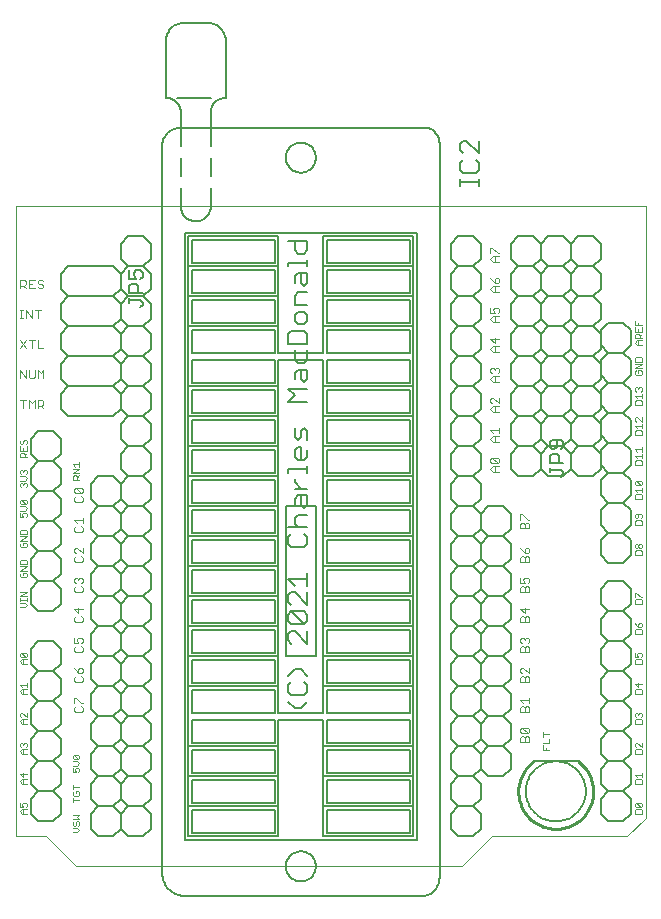
<source format=gto>
G75*
%MOIN*%
%OFA0B0*%
%FSLAX24Y24*%
%IPPOS*%
%LPD*%
%AMOC8*
5,1,8,0,0,1.08239X$1,22.5*
%
%ADD10C,0.0000*%
%ADD11C,0.0030*%
%ADD12C,0.0020*%
%ADD13C,0.0060*%
%ADD14C,0.0050*%
%ADD15C,0.0070*%
%ADD16C,0.0080*%
%ADD17C,0.0100*%
D10*
X000175Y002125D02*
X000175Y023125D01*
X021175Y023125D01*
X021175Y002750D01*
X020550Y002125D01*
X016050Y002125D01*
X015050Y001125D01*
X002175Y001125D01*
X001175Y002125D01*
X000175Y002125D01*
D11*
X002168Y006265D02*
X002120Y006313D01*
X002120Y006410D01*
X002168Y006458D01*
X002120Y006560D02*
X002120Y006753D01*
X002168Y006753D01*
X002362Y006560D01*
X002410Y006560D01*
X002362Y006458D02*
X002410Y006410D01*
X002410Y006313D01*
X002362Y006265D01*
X002168Y006265D01*
X002168Y007265D02*
X002120Y007313D01*
X002120Y007410D01*
X002168Y007458D01*
X002265Y007560D02*
X002265Y007705D01*
X002313Y007753D01*
X002362Y007753D01*
X002410Y007705D01*
X002410Y007608D01*
X002362Y007560D01*
X002265Y007560D01*
X002168Y007656D01*
X002120Y007753D01*
X002362Y007458D02*
X002410Y007410D01*
X002410Y007313D01*
X002362Y007265D01*
X002168Y007265D01*
X002168Y008265D02*
X002120Y008313D01*
X002120Y008410D01*
X002168Y008458D01*
X002120Y008560D02*
X002265Y008560D01*
X002217Y008656D01*
X002217Y008705D01*
X002265Y008753D01*
X002362Y008753D01*
X002410Y008705D01*
X002410Y008608D01*
X002362Y008560D01*
X002362Y008458D02*
X002410Y008410D01*
X002410Y008313D01*
X002362Y008265D01*
X002168Y008265D01*
X002120Y008560D02*
X002120Y008753D01*
X002168Y009265D02*
X002120Y009313D01*
X002120Y009410D01*
X002168Y009458D01*
X002265Y009560D02*
X002265Y009753D01*
X002410Y009705D02*
X002120Y009705D01*
X002265Y009560D01*
X002362Y009458D02*
X002410Y009410D01*
X002410Y009313D01*
X002362Y009265D01*
X002168Y009265D01*
X002168Y010265D02*
X002362Y010265D01*
X002410Y010313D01*
X002410Y010410D01*
X002362Y010458D01*
X002362Y010560D02*
X002410Y010608D01*
X002410Y010705D01*
X002362Y010753D01*
X002313Y010753D01*
X002265Y010705D01*
X002265Y010656D01*
X002265Y010705D02*
X002217Y010753D01*
X002168Y010753D01*
X002120Y010705D01*
X002120Y010608D01*
X002168Y010560D01*
X002168Y010458D02*
X002120Y010410D01*
X002120Y010313D01*
X002168Y010265D01*
X002168Y011265D02*
X002120Y011313D01*
X002120Y011410D01*
X002168Y011458D01*
X002168Y011560D02*
X002120Y011608D01*
X002120Y011705D01*
X002168Y011753D01*
X002217Y011753D01*
X002410Y011560D01*
X002410Y011753D01*
X002362Y011458D02*
X002410Y011410D01*
X002410Y011313D01*
X002362Y011265D01*
X002168Y011265D01*
X002168Y012265D02*
X002120Y012313D01*
X002120Y012410D01*
X002168Y012458D01*
X002217Y012560D02*
X002120Y012656D01*
X002410Y012656D01*
X002410Y012560D02*
X002410Y012753D01*
X002362Y012458D02*
X002410Y012410D01*
X002410Y012313D01*
X002362Y012265D01*
X002168Y012265D01*
X002168Y013265D02*
X002120Y013313D01*
X002120Y013410D01*
X002168Y013458D01*
X002168Y013560D02*
X002120Y013608D01*
X002120Y013705D01*
X002168Y013753D01*
X002362Y013560D01*
X002410Y013608D01*
X002410Y013705D01*
X002362Y013753D01*
X002168Y013753D01*
X002168Y013560D02*
X002362Y013560D01*
X002362Y013458D02*
X002410Y013410D01*
X002410Y013313D01*
X002362Y013265D01*
X002168Y013265D01*
X001098Y016390D02*
X001001Y016487D01*
X001049Y016487D02*
X000904Y016487D01*
X000904Y016390D02*
X000904Y016680D01*
X001049Y016680D01*
X001098Y016632D01*
X001098Y016535D01*
X001049Y016487D01*
X000803Y016390D02*
X000803Y016680D01*
X000706Y016583D01*
X000610Y016680D01*
X000610Y016390D01*
X000412Y016390D02*
X000412Y016680D01*
X000508Y016680D02*
X000315Y016680D01*
X000315Y017390D02*
X000315Y017680D01*
X000508Y017390D01*
X000508Y017680D01*
X000610Y017680D02*
X000610Y017438D01*
X000658Y017390D01*
X000755Y017390D01*
X000803Y017438D01*
X000803Y017680D01*
X000904Y017680D02*
X001001Y017583D01*
X001098Y017680D01*
X001098Y017390D01*
X000904Y017390D02*
X000904Y017680D01*
X000904Y018390D02*
X001098Y018390D01*
X000904Y018390D02*
X000904Y018680D01*
X000803Y018680D02*
X000610Y018680D01*
X000706Y018680D02*
X000706Y018390D01*
X000508Y018390D02*
X000315Y018680D01*
X000508Y018680D02*
X000315Y018390D01*
X000315Y019390D02*
X000412Y019390D01*
X000363Y019390D02*
X000363Y019680D01*
X000315Y019680D02*
X000412Y019680D01*
X000511Y019680D02*
X000705Y019390D01*
X000705Y019680D01*
X000806Y019680D02*
X001000Y019680D01*
X000903Y019680D02*
X000903Y019390D01*
X000511Y019390D02*
X000511Y019680D01*
X000508Y020390D02*
X000412Y020487D01*
X000460Y020487D02*
X000315Y020487D01*
X000315Y020390D02*
X000315Y020680D01*
X000460Y020680D01*
X000508Y020632D01*
X000508Y020535D01*
X000460Y020487D01*
X000610Y020535D02*
X000706Y020535D01*
X000610Y020390D02*
X000803Y020390D01*
X000904Y020438D02*
X000953Y020390D01*
X001049Y020390D01*
X001098Y020438D01*
X001098Y020487D01*
X001049Y020535D01*
X000953Y020535D01*
X000904Y020583D01*
X000904Y020632D01*
X000953Y020680D01*
X001049Y020680D01*
X001098Y020632D01*
X000803Y020680D02*
X000610Y020680D01*
X000610Y020390D01*
X015995Y020362D02*
X016092Y020458D01*
X016285Y020458D01*
X016237Y020560D02*
X016285Y020608D01*
X016285Y020705D01*
X016237Y020753D01*
X016188Y020753D01*
X016140Y020705D01*
X016140Y020560D01*
X016237Y020560D01*
X016140Y020560D02*
X016043Y020656D01*
X015995Y020753D01*
X016140Y020458D02*
X016140Y020265D01*
X016092Y020265D02*
X015995Y020362D01*
X016092Y020265D02*
X016285Y020265D01*
X016237Y019753D02*
X016140Y019753D01*
X016092Y019705D01*
X016092Y019656D01*
X016140Y019560D01*
X015995Y019560D01*
X015995Y019753D01*
X016092Y019458D02*
X016285Y019458D01*
X016237Y019560D02*
X016285Y019608D01*
X016285Y019705D01*
X016237Y019753D01*
X016140Y019458D02*
X016140Y019265D01*
X016092Y019265D02*
X015995Y019362D01*
X016092Y019458D01*
X016092Y019265D02*
X016285Y019265D01*
X016140Y018753D02*
X016140Y018560D01*
X015995Y018705D01*
X016285Y018705D01*
X016285Y018458D02*
X016092Y018458D01*
X015995Y018362D01*
X016092Y018265D01*
X016285Y018265D01*
X016140Y018265D02*
X016140Y018458D01*
X016188Y017753D02*
X016237Y017753D01*
X016285Y017705D01*
X016285Y017608D01*
X016237Y017560D01*
X016285Y017458D02*
X016092Y017458D01*
X015995Y017362D01*
X016092Y017265D01*
X016285Y017265D01*
X016140Y017265D02*
X016140Y017458D01*
X016043Y017560D02*
X015995Y017608D01*
X015995Y017705D01*
X016043Y017753D01*
X016092Y017753D01*
X016140Y017705D01*
X016188Y017753D01*
X016140Y017705D02*
X016140Y017656D01*
X016092Y016753D02*
X016043Y016753D01*
X015995Y016705D01*
X015995Y016608D01*
X016043Y016560D01*
X016092Y016458D02*
X016285Y016458D01*
X016285Y016560D02*
X016092Y016753D01*
X016285Y016753D02*
X016285Y016560D01*
X016140Y016458D02*
X016140Y016265D01*
X016092Y016265D02*
X015995Y016362D01*
X016092Y016458D01*
X016092Y016265D02*
X016285Y016265D01*
X016285Y015753D02*
X016285Y015560D01*
X016285Y015656D02*
X015995Y015656D01*
X016092Y015560D01*
X016092Y015458D02*
X016285Y015458D01*
X016140Y015458D02*
X016140Y015265D01*
X016092Y015265D02*
X015995Y015362D01*
X016092Y015458D01*
X016092Y015265D02*
X016285Y015265D01*
X016237Y014753D02*
X016043Y014753D01*
X016237Y014560D01*
X016285Y014608D01*
X016285Y014705D01*
X016237Y014753D01*
X016237Y014560D02*
X016043Y014560D01*
X015995Y014608D01*
X015995Y014705D01*
X016043Y014753D01*
X016092Y014458D02*
X016285Y014458D01*
X016140Y014458D02*
X016140Y014265D01*
X016092Y014265D02*
X015995Y014362D01*
X016092Y014458D01*
X016092Y014265D02*
X016285Y014265D01*
X016995Y012878D02*
X017043Y012878D01*
X017237Y012685D01*
X017285Y012685D01*
X017237Y012583D02*
X017285Y012535D01*
X017285Y012390D01*
X016995Y012390D01*
X016995Y012535D01*
X017043Y012583D01*
X017092Y012583D01*
X017140Y012535D01*
X017140Y012390D01*
X017140Y012535D02*
X017188Y012583D01*
X017237Y012583D01*
X016995Y012685D02*
X016995Y012878D01*
X016995Y011753D02*
X017043Y011656D01*
X017140Y011560D01*
X017140Y011705D01*
X017188Y011753D01*
X017237Y011753D01*
X017285Y011705D01*
X017285Y011608D01*
X017237Y011560D01*
X017140Y011560D01*
X017188Y011458D02*
X017237Y011458D01*
X017285Y011410D01*
X017285Y011265D01*
X016995Y011265D01*
X016995Y011410D01*
X017043Y011458D01*
X017092Y011458D01*
X017140Y011410D01*
X017140Y011265D01*
X017140Y011410D02*
X017188Y011458D01*
X017140Y010753D02*
X017237Y010753D01*
X017285Y010705D01*
X017285Y010608D01*
X017237Y010560D01*
X017140Y010560D02*
X017092Y010656D01*
X017092Y010705D01*
X017140Y010753D01*
X016995Y010753D02*
X016995Y010560D01*
X017140Y010560D01*
X017188Y010458D02*
X017237Y010458D01*
X017285Y010410D01*
X017285Y010265D01*
X016995Y010265D01*
X016995Y010410D01*
X017043Y010458D01*
X017092Y010458D01*
X017140Y010410D01*
X017140Y010265D01*
X017140Y010410D02*
X017188Y010458D01*
X017140Y009753D02*
X017140Y009560D01*
X016995Y009705D01*
X017285Y009705D01*
X017237Y009458D02*
X017285Y009410D01*
X017285Y009265D01*
X016995Y009265D01*
X016995Y009410D01*
X017043Y009458D01*
X017092Y009458D01*
X017140Y009410D01*
X017140Y009265D01*
X017140Y009410D02*
X017188Y009458D01*
X017237Y009458D01*
X017237Y008753D02*
X017285Y008705D01*
X017285Y008608D01*
X017237Y008560D01*
X017237Y008458D02*
X017285Y008410D01*
X017285Y008265D01*
X016995Y008265D01*
X016995Y008410D01*
X017043Y008458D01*
X017092Y008458D01*
X017140Y008410D01*
X017140Y008265D01*
X017140Y008410D02*
X017188Y008458D01*
X017237Y008458D01*
X017043Y008560D02*
X016995Y008608D01*
X016995Y008705D01*
X017043Y008753D01*
X017092Y008753D01*
X017140Y008705D01*
X017188Y008753D01*
X017237Y008753D01*
X017140Y008705D02*
X017140Y008656D01*
X017092Y007753D02*
X017043Y007753D01*
X016995Y007705D01*
X016995Y007608D01*
X017043Y007560D01*
X017043Y007458D02*
X017092Y007458D01*
X017140Y007410D01*
X017140Y007265D01*
X017285Y007265D02*
X017285Y007410D01*
X017237Y007458D01*
X017188Y007458D01*
X017140Y007410D01*
X017043Y007458D02*
X016995Y007410D01*
X016995Y007265D01*
X017285Y007265D01*
X017285Y007560D02*
X017092Y007753D01*
X017285Y007753D02*
X017285Y007560D01*
X017285Y006753D02*
X017285Y006560D01*
X017285Y006656D02*
X016995Y006656D01*
X017092Y006560D01*
X017092Y006458D02*
X017043Y006458D01*
X016995Y006410D01*
X016995Y006265D01*
X017285Y006265D01*
X017285Y006410D01*
X017237Y006458D01*
X017188Y006458D01*
X017140Y006410D01*
X017140Y006265D01*
X017140Y006410D02*
X017092Y006458D01*
X017043Y005753D02*
X017237Y005560D01*
X017285Y005608D01*
X017285Y005705D01*
X017237Y005753D01*
X017043Y005753D01*
X016995Y005705D01*
X016995Y005608D01*
X017043Y005560D01*
X017237Y005560D01*
X017237Y005458D02*
X017285Y005410D01*
X017285Y005265D01*
X016995Y005265D01*
X016995Y005410D01*
X017043Y005458D01*
X017092Y005458D01*
X017140Y005410D01*
X017140Y005265D01*
X017140Y005410D02*
X017188Y005458D01*
X017237Y005458D01*
X016285Y021265D02*
X016092Y021265D01*
X015995Y021362D01*
X016092Y021458D01*
X016285Y021458D01*
X016285Y021560D02*
X016237Y021560D01*
X016043Y021753D01*
X015995Y021753D01*
X015995Y021560D01*
X016140Y021458D02*
X016140Y021265D01*
D12*
X020820Y019320D02*
X020820Y019173D01*
X021040Y019173D01*
X021040Y019099D02*
X021040Y018952D01*
X020820Y018952D01*
X020820Y019099D01*
X020930Y019025D02*
X020930Y018952D01*
X020930Y018878D02*
X020967Y018841D01*
X020967Y018731D01*
X021040Y018731D02*
X020820Y018731D01*
X020820Y018841D01*
X020857Y018878D01*
X020930Y018878D01*
X020967Y018804D02*
X021040Y018878D01*
X021040Y018657D02*
X020893Y018657D01*
X020820Y018583D01*
X020893Y018510D01*
X021040Y018510D01*
X020930Y018510D02*
X020930Y018657D01*
X020930Y019173D02*
X020930Y019246D01*
X021003Y018099D02*
X020857Y018099D01*
X020820Y018062D01*
X020820Y017952D01*
X021040Y017952D01*
X021040Y018062D01*
X021003Y018099D01*
X021040Y017878D02*
X020820Y017878D01*
X020820Y017731D02*
X021040Y017878D01*
X021040Y017731D02*
X020820Y017731D01*
X020857Y017657D02*
X020820Y017620D01*
X020820Y017547D01*
X020857Y017510D01*
X021003Y017510D01*
X021040Y017547D01*
X021040Y017620D01*
X021003Y017657D01*
X020930Y017657D01*
X020930Y017583D01*
X020967Y017099D02*
X021003Y017099D01*
X021040Y017062D01*
X021040Y016989D01*
X021003Y016952D01*
X021040Y016878D02*
X021040Y016731D01*
X021040Y016804D02*
X020820Y016804D01*
X020893Y016731D01*
X020857Y016657D02*
X020820Y016620D01*
X020820Y016510D01*
X021040Y016510D01*
X021040Y016620D01*
X021003Y016657D01*
X020857Y016657D01*
X020857Y016952D02*
X020820Y016989D01*
X020820Y017062D01*
X020857Y017099D01*
X020893Y017099D01*
X020930Y017062D01*
X020967Y017099D01*
X020930Y017062D02*
X020930Y017025D01*
X020893Y016099D02*
X020857Y016099D01*
X020820Y016062D01*
X020820Y015989D01*
X020857Y015952D01*
X020893Y016099D02*
X021040Y015952D01*
X021040Y016099D01*
X021040Y015878D02*
X021040Y015731D01*
X021040Y015804D02*
X020820Y015804D01*
X020893Y015731D01*
X020857Y015657D02*
X020820Y015620D01*
X020820Y015510D01*
X021040Y015510D01*
X021040Y015620D01*
X021003Y015657D01*
X020857Y015657D01*
X021040Y015099D02*
X021040Y014952D01*
X021040Y015025D02*
X020820Y015025D01*
X020893Y014952D01*
X021040Y014878D02*
X021040Y014731D01*
X021040Y014804D02*
X020820Y014804D01*
X020893Y014731D01*
X020857Y014657D02*
X020820Y014620D01*
X020820Y014510D01*
X021040Y014510D01*
X021040Y014620D01*
X021003Y014657D01*
X020857Y014657D01*
X020857Y013974D02*
X021003Y013827D01*
X021040Y013864D01*
X021040Y013937D01*
X021003Y013974D01*
X020857Y013974D01*
X020820Y013937D01*
X020820Y013864D01*
X020857Y013827D01*
X021003Y013827D01*
X021040Y013753D02*
X021040Y013606D01*
X021040Y013679D02*
X020820Y013679D01*
X020893Y013606D01*
X020857Y013532D02*
X020820Y013495D01*
X020820Y013385D01*
X021040Y013385D01*
X021040Y013495D01*
X021003Y013532D01*
X020857Y013532D01*
X020857Y012878D02*
X020820Y012841D01*
X020820Y012768D01*
X020857Y012731D01*
X020893Y012731D01*
X020930Y012768D01*
X020930Y012878D01*
X021003Y012878D02*
X020857Y012878D01*
X021003Y012878D02*
X021040Y012841D01*
X021040Y012768D01*
X021003Y012731D01*
X021003Y012657D02*
X020857Y012657D01*
X020820Y012620D01*
X020820Y012510D01*
X021040Y012510D01*
X021040Y012620D01*
X021003Y012657D01*
X021003Y011878D02*
X021040Y011841D01*
X021040Y011768D01*
X021003Y011731D01*
X020967Y011731D01*
X020930Y011768D01*
X020930Y011841D01*
X020967Y011878D01*
X021003Y011878D01*
X020930Y011841D02*
X020893Y011878D01*
X020857Y011878D01*
X020820Y011841D01*
X020820Y011768D01*
X020857Y011731D01*
X020893Y011731D01*
X020930Y011768D01*
X021003Y011657D02*
X020857Y011657D01*
X020820Y011620D01*
X020820Y011510D01*
X021040Y011510D01*
X021040Y011620D01*
X021003Y011657D01*
X020857Y010253D02*
X021003Y010106D01*
X021040Y010106D01*
X021003Y010032D02*
X020857Y010032D01*
X020820Y009995D01*
X020820Y009885D01*
X021040Y009885D01*
X021040Y009995D01*
X021003Y010032D01*
X020820Y010106D02*
X020820Y010253D01*
X020857Y010253D01*
X020820Y009253D02*
X020857Y009179D01*
X020930Y009106D01*
X020930Y009216D01*
X020967Y009253D01*
X021003Y009253D01*
X021040Y009216D01*
X021040Y009143D01*
X021003Y009106D01*
X020930Y009106D01*
X021003Y009032D02*
X020857Y009032D01*
X020820Y008995D01*
X020820Y008885D01*
X021040Y008885D01*
X021040Y008995D01*
X021003Y009032D01*
X021003Y008253D02*
X021040Y008216D01*
X021040Y008143D01*
X021003Y008106D01*
X020930Y008106D02*
X020893Y008179D01*
X020893Y008216D01*
X020930Y008253D01*
X021003Y008253D01*
X020930Y008106D02*
X020820Y008106D01*
X020820Y008253D01*
X020857Y008032D02*
X020820Y007995D01*
X020820Y007885D01*
X021040Y007885D01*
X021040Y007995D01*
X021003Y008032D01*
X020857Y008032D01*
X020930Y007253D02*
X020930Y007106D01*
X020820Y007216D01*
X021040Y007216D01*
X021003Y007032D02*
X020857Y007032D01*
X020820Y006995D01*
X020820Y006885D01*
X021040Y006885D01*
X021040Y006995D01*
X021003Y007032D01*
X021003Y006253D02*
X021040Y006216D01*
X021040Y006143D01*
X021003Y006106D01*
X021003Y006032D02*
X020857Y006032D01*
X020820Y005995D01*
X020820Y005885D01*
X021040Y005885D01*
X021040Y005995D01*
X021003Y006032D01*
X020857Y006106D02*
X020820Y006143D01*
X020820Y006216D01*
X020857Y006253D01*
X020893Y006253D01*
X020930Y006216D01*
X020967Y006253D01*
X021003Y006253D01*
X020930Y006216D02*
X020930Y006179D01*
X020893Y005253D02*
X020857Y005253D01*
X020820Y005216D01*
X020820Y005143D01*
X020857Y005106D01*
X020857Y005032D02*
X020820Y004995D01*
X020820Y004885D01*
X021040Y004885D01*
X021040Y004995D01*
X021003Y005032D01*
X020857Y005032D01*
X021040Y005106D02*
X020893Y005253D01*
X021040Y005253D02*
X021040Y005106D01*
X021040Y004253D02*
X021040Y004106D01*
X021040Y004179D02*
X020820Y004179D01*
X020893Y004106D01*
X020857Y004032D02*
X020820Y003995D01*
X020820Y003885D01*
X021040Y003885D01*
X021040Y003995D01*
X021003Y004032D01*
X020857Y004032D01*
X020857Y003253D02*
X021003Y003106D01*
X021040Y003143D01*
X021040Y003216D01*
X021003Y003253D01*
X020857Y003253D01*
X020820Y003216D01*
X020820Y003143D01*
X020857Y003106D01*
X021003Y003106D01*
X021003Y003032D02*
X020857Y003032D01*
X020820Y002995D01*
X020820Y002885D01*
X021040Y002885D01*
X021040Y002995D01*
X021003Y003032D01*
X017955Y005010D02*
X017735Y005010D01*
X017735Y005157D01*
X017735Y005231D02*
X017955Y005231D01*
X017955Y005378D01*
X017955Y005525D02*
X017735Y005525D01*
X017735Y005452D02*
X017735Y005599D01*
X017845Y005083D02*
X017845Y005010D01*
X002290Y004812D02*
X002290Y004739D01*
X002253Y004702D01*
X002107Y004849D01*
X002253Y004849D01*
X002290Y004812D01*
X002253Y004702D02*
X002107Y004702D01*
X002070Y004739D01*
X002070Y004812D01*
X002107Y004849D01*
X002070Y004628D02*
X002217Y004628D01*
X002290Y004554D01*
X002217Y004481D01*
X002070Y004481D01*
X002070Y004407D02*
X002070Y004260D01*
X002180Y004260D01*
X002143Y004333D01*
X002143Y004370D01*
X002180Y004407D01*
X002253Y004407D01*
X002290Y004370D01*
X002290Y004297D01*
X002253Y004260D01*
X002070Y003849D02*
X002070Y003702D01*
X002070Y003775D02*
X002290Y003775D01*
X002253Y003628D02*
X002180Y003628D01*
X002180Y003554D01*
X002107Y003481D02*
X002253Y003481D01*
X002290Y003518D01*
X002290Y003591D01*
X002253Y003628D01*
X002107Y003628D02*
X002070Y003591D01*
X002070Y003518D01*
X002107Y003481D01*
X002070Y003407D02*
X002070Y003260D01*
X002070Y003333D02*
X002290Y003333D01*
X002290Y002849D02*
X002070Y002849D01*
X002070Y002702D02*
X002290Y002702D01*
X002217Y002775D01*
X002290Y002849D01*
X002253Y002628D02*
X002290Y002591D01*
X002290Y002518D01*
X002253Y002481D01*
X002180Y002518D02*
X002180Y002591D01*
X002217Y002628D01*
X002253Y002628D01*
X002180Y002518D02*
X002143Y002481D01*
X002107Y002481D01*
X002070Y002518D01*
X002070Y002591D01*
X002107Y002628D01*
X002070Y002407D02*
X002217Y002407D01*
X002290Y002333D01*
X002217Y002260D01*
X002070Y002260D01*
X000540Y002885D02*
X000393Y002885D01*
X000320Y002958D01*
X000393Y003032D01*
X000540Y003032D01*
X000503Y003106D02*
X000540Y003143D01*
X000540Y003216D01*
X000503Y003253D01*
X000430Y003253D01*
X000393Y003216D01*
X000393Y003179D01*
X000430Y003106D01*
X000320Y003106D01*
X000320Y003253D01*
X000430Y003032D02*
X000430Y002885D01*
X000430Y003885D02*
X000430Y004032D01*
X000393Y004032D02*
X000540Y004032D01*
X000430Y004106D02*
X000430Y004253D01*
X000540Y004216D02*
X000320Y004216D01*
X000430Y004106D01*
X000393Y004032D02*
X000320Y003958D01*
X000393Y003885D01*
X000540Y003885D01*
X000540Y004885D02*
X000393Y004885D01*
X000320Y004958D01*
X000393Y005032D01*
X000540Y005032D01*
X000503Y005106D02*
X000540Y005143D01*
X000540Y005216D01*
X000503Y005253D01*
X000467Y005253D01*
X000430Y005216D01*
X000430Y005179D01*
X000430Y005216D02*
X000393Y005253D01*
X000357Y005253D01*
X000320Y005216D01*
X000320Y005143D01*
X000357Y005106D01*
X000430Y005032D02*
X000430Y004885D01*
X000430Y005885D02*
X000430Y006032D01*
X000393Y006032D02*
X000540Y006032D01*
X000540Y006106D02*
X000393Y006253D01*
X000357Y006253D01*
X000320Y006216D01*
X000320Y006143D01*
X000357Y006106D01*
X000393Y006032D02*
X000320Y005958D01*
X000393Y005885D01*
X000540Y005885D01*
X000540Y006106D02*
X000540Y006253D01*
X000540Y006885D02*
X000393Y006885D01*
X000320Y006958D01*
X000393Y007032D01*
X000540Y007032D01*
X000540Y007106D02*
X000540Y007253D01*
X000540Y007179D02*
X000320Y007179D01*
X000393Y007106D01*
X000430Y007032D02*
X000430Y006885D01*
X000430Y007885D02*
X000430Y008032D01*
X000393Y008032D02*
X000540Y008032D01*
X000503Y008106D02*
X000357Y008253D01*
X000503Y008253D01*
X000540Y008216D01*
X000540Y008143D01*
X000503Y008106D01*
X000357Y008106D01*
X000320Y008143D01*
X000320Y008216D01*
X000357Y008253D01*
X000393Y008032D02*
X000320Y007958D01*
X000393Y007885D01*
X000540Y007885D01*
X000467Y009760D02*
X000320Y009760D01*
X000467Y009760D02*
X000540Y009833D01*
X000467Y009907D01*
X000320Y009907D01*
X000320Y009981D02*
X000320Y010054D01*
X000320Y010018D02*
X000540Y010018D01*
X000540Y010054D02*
X000540Y009981D01*
X000540Y010128D02*
X000320Y010128D01*
X000540Y010275D01*
X000320Y010275D01*
X000357Y010760D02*
X000503Y010760D01*
X000540Y010797D01*
X000540Y010870D01*
X000503Y010907D01*
X000430Y010907D01*
X000430Y010833D01*
X000357Y010760D02*
X000320Y010797D01*
X000320Y010870D01*
X000357Y010907D01*
X000320Y010981D02*
X000540Y011128D01*
X000320Y011128D01*
X000320Y011202D02*
X000320Y011312D01*
X000357Y011349D01*
X000503Y011349D01*
X000540Y011312D01*
X000540Y011202D01*
X000320Y011202D01*
X000320Y010981D02*
X000540Y010981D01*
X000503Y011760D02*
X000357Y011760D01*
X000320Y011797D01*
X000320Y011870D01*
X000357Y011907D01*
X000430Y011907D02*
X000430Y011833D01*
X000430Y011907D02*
X000503Y011907D01*
X000540Y011870D01*
X000540Y011797D01*
X000503Y011760D01*
X000540Y011981D02*
X000320Y011981D01*
X000540Y012128D01*
X000320Y012128D01*
X000320Y012202D02*
X000320Y012312D01*
X000357Y012349D01*
X000503Y012349D01*
X000540Y012312D01*
X000540Y012202D01*
X000320Y012202D01*
X000320Y012760D02*
X000430Y012760D01*
X000393Y012833D01*
X000393Y012870D01*
X000430Y012907D01*
X000503Y012907D01*
X000540Y012870D01*
X000540Y012797D01*
X000503Y012760D01*
X000320Y012760D02*
X000320Y012907D01*
X000320Y012981D02*
X000467Y012981D01*
X000540Y013054D01*
X000467Y013128D01*
X000320Y013128D01*
X000357Y013202D02*
X000320Y013239D01*
X000320Y013312D01*
X000357Y013349D01*
X000503Y013202D01*
X000540Y013239D01*
X000540Y013312D01*
X000503Y013349D01*
X000357Y013349D01*
X000357Y013202D02*
X000503Y013202D01*
X000503Y013760D02*
X000540Y013797D01*
X000540Y013870D01*
X000503Y013907D01*
X000467Y013907D01*
X000430Y013870D01*
X000430Y013833D01*
X000430Y013870D02*
X000393Y013907D01*
X000357Y013907D01*
X000320Y013870D01*
X000320Y013797D01*
X000357Y013760D01*
X000320Y013981D02*
X000467Y013981D01*
X000540Y014054D01*
X000467Y014128D01*
X000320Y014128D01*
X000357Y014202D02*
X000320Y014239D01*
X000320Y014312D01*
X000357Y014349D01*
X000393Y014349D01*
X000430Y014312D01*
X000467Y014349D01*
X000503Y014349D01*
X000540Y014312D01*
X000540Y014239D01*
X000503Y014202D01*
X000430Y014275D02*
X000430Y014312D01*
X000467Y014760D02*
X000467Y014870D01*
X000430Y014907D01*
X000357Y014907D01*
X000320Y014870D01*
X000320Y014760D01*
X000540Y014760D01*
X000467Y014833D02*
X000540Y014907D01*
X000540Y014981D02*
X000540Y015128D01*
X000503Y015202D02*
X000540Y015239D01*
X000540Y015312D01*
X000503Y015349D01*
X000467Y015349D01*
X000430Y015312D01*
X000430Y015239D01*
X000393Y015202D01*
X000357Y015202D01*
X000320Y015239D01*
X000320Y015312D01*
X000357Y015349D01*
X000320Y015128D02*
X000320Y014981D01*
X000540Y014981D01*
X000430Y014981D02*
X000430Y015054D01*
X002070Y014525D02*
X002290Y014525D01*
X002290Y014452D02*
X002290Y014599D01*
X002143Y014452D02*
X002070Y014525D01*
X002070Y014378D02*
X002290Y014378D01*
X002070Y014231D01*
X002290Y014231D01*
X002290Y014157D02*
X002217Y014083D01*
X002217Y014120D02*
X002217Y014010D01*
X002290Y014010D02*
X002070Y014010D01*
X002070Y014120D01*
X002107Y014157D01*
X002180Y014157D01*
X002217Y014120D01*
D13*
X002675Y013875D02*
X002675Y013375D01*
X002925Y013125D01*
X002675Y012875D01*
X002675Y012375D01*
X002925Y012125D01*
X003425Y012125D01*
X003675Y012375D01*
X003675Y012875D01*
X003425Y013125D01*
X002925Y013125D01*
X003425Y013125D02*
X003675Y013375D01*
X003675Y013875D01*
X003425Y014125D01*
X002925Y014125D01*
X002675Y013875D01*
X003675Y013875D02*
X003675Y013375D01*
X003925Y013125D01*
X003675Y012875D01*
X003675Y012375D01*
X003925Y012125D01*
X003675Y011875D01*
X003675Y011375D01*
X003425Y011125D01*
X003675Y010875D01*
X003675Y010375D01*
X003425Y010125D01*
X003675Y009875D01*
X003675Y009375D01*
X003425Y009125D01*
X002925Y009125D01*
X002675Y009375D01*
X002675Y009875D01*
X002925Y010125D01*
X002675Y010375D01*
X002675Y010875D01*
X002925Y011125D01*
X002675Y011375D01*
X002675Y011875D01*
X002925Y012125D01*
X003425Y012125D02*
X003675Y011875D01*
X003675Y011375D01*
X003925Y011125D01*
X004425Y011125D01*
X004675Y011375D01*
X004675Y011875D01*
X004425Y012125D01*
X003925Y012125D01*
X004425Y012125D02*
X004675Y012375D01*
X004675Y012875D01*
X004425Y013125D01*
X003925Y013125D01*
X004425Y013125D02*
X004675Y013375D01*
X004675Y013875D01*
X004425Y014125D01*
X003925Y014125D01*
X003675Y014375D01*
X003675Y014875D01*
X003925Y015125D01*
X003675Y015375D01*
X003675Y015875D01*
X003925Y016125D01*
X003675Y016375D01*
X003425Y016125D01*
X001925Y016125D01*
X001675Y016375D01*
X001675Y016875D01*
X001925Y017125D01*
X003425Y017125D01*
X003675Y016875D01*
X003675Y016375D01*
X003675Y016875D01*
X003925Y017125D01*
X003675Y017375D01*
X003425Y017125D01*
X003675Y017375D02*
X003675Y017875D01*
X003425Y018125D01*
X001925Y018125D01*
X001675Y017875D01*
X001675Y017375D01*
X001925Y017125D01*
X001925Y018125D02*
X001675Y018375D01*
X001675Y018875D01*
X001925Y019125D01*
X003425Y019125D01*
X003675Y018875D01*
X003675Y018375D01*
X003425Y018125D01*
X003675Y017875D02*
X003925Y018125D01*
X003675Y018375D01*
X003675Y018875D01*
X003925Y019125D01*
X003675Y019375D01*
X003425Y019125D01*
X003675Y019375D02*
X003675Y019875D01*
X003425Y020125D01*
X001925Y020125D01*
X001675Y019875D01*
X001675Y019375D01*
X001925Y019125D01*
X001925Y020125D02*
X001675Y020375D01*
X001675Y020875D01*
X001925Y021125D01*
X003425Y021125D01*
X003675Y020875D01*
X003675Y020375D01*
X003425Y020125D01*
X003675Y019875D02*
X003925Y020125D01*
X003675Y020375D01*
X003675Y020875D01*
X003925Y021125D01*
X003675Y021375D01*
X003675Y021875D01*
X003925Y022125D01*
X004425Y022125D01*
X004675Y021875D01*
X004675Y021375D01*
X004425Y021125D01*
X004675Y020875D01*
X004675Y020375D01*
X004425Y020125D01*
X003925Y020125D01*
X003675Y019875D02*
X003675Y019375D01*
X003925Y019125D02*
X004425Y019125D01*
X004675Y018875D01*
X004675Y018375D01*
X004425Y018125D01*
X004675Y017875D01*
X004675Y017375D01*
X004425Y017125D01*
X003925Y017125D01*
X003675Y017375D02*
X003675Y017875D01*
X003925Y018125D02*
X004425Y018125D01*
X004425Y017125D02*
X004675Y016875D01*
X004675Y016375D01*
X004425Y016125D01*
X004675Y015875D01*
X004675Y015375D01*
X004425Y015125D01*
X004675Y014875D01*
X004675Y014375D01*
X004425Y014125D01*
X003925Y014125D02*
X003675Y013875D01*
X003925Y015125D02*
X004425Y015125D01*
X004425Y016125D02*
X003925Y016125D01*
X001675Y015375D02*
X001675Y014875D01*
X001425Y014625D01*
X001675Y014375D01*
X001675Y013875D01*
X001425Y013625D01*
X000925Y013625D01*
X000675Y013875D01*
X000675Y014375D01*
X000925Y014625D01*
X000675Y014875D01*
X000675Y015375D01*
X000925Y015625D01*
X001425Y015625D01*
X001675Y015375D01*
X001425Y014625D02*
X000925Y014625D01*
X000925Y013625D02*
X000675Y013375D01*
X000675Y012875D01*
X000925Y012625D01*
X000675Y012375D01*
X000675Y011875D01*
X000925Y011625D01*
X000675Y011375D01*
X000675Y010875D01*
X000925Y010625D01*
X000675Y010375D01*
X000675Y009875D01*
X000925Y009625D01*
X001425Y009625D01*
X001675Y009875D01*
X001675Y010375D01*
X001425Y010625D01*
X000925Y010625D01*
X001425Y010625D02*
X001675Y010875D01*
X001675Y011375D01*
X001425Y011625D01*
X000925Y011625D01*
X001425Y011625D02*
X001675Y011875D01*
X001675Y012375D01*
X001425Y012625D01*
X000925Y012625D01*
X001425Y012625D02*
X001675Y012875D01*
X001675Y013375D01*
X001425Y013625D01*
X002925Y011125D02*
X003425Y011125D01*
X003675Y010875D02*
X003925Y011125D01*
X003675Y010875D02*
X003675Y010375D01*
X003925Y010125D01*
X003675Y009875D01*
X003675Y009375D01*
X003925Y009125D01*
X003675Y008875D01*
X003675Y008375D01*
X003425Y008125D01*
X003675Y007875D01*
X003675Y007375D01*
X003425Y007125D01*
X003675Y006875D01*
X003675Y006375D01*
X003425Y006125D01*
X003675Y005875D01*
X003675Y005375D01*
X003425Y005125D01*
X002925Y005125D01*
X002675Y005375D01*
X002675Y005875D01*
X002925Y006125D01*
X002675Y006375D01*
X002675Y006875D01*
X002925Y007125D01*
X002675Y007375D01*
X002675Y007875D01*
X002925Y008125D01*
X002675Y008375D01*
X002675Y008875D01*
X002925Y009125D01*
X003425Y009125D02*
X003675Y008875D01*
X003675Y008375D01*
X003925Y008125D01*
X004425Y008125D01*
X004675Y008375D01*
X004675Y008875D01*
X004425Y009125D01*
X003925Y009125D01*
X004425Y009125D02*
X004675Y009375D01*
X004675Y009875D01*
X004425Y010125D01*
X003925Y010125D01*
X003425Y010125D02*
X002925Y010125D01*
X001425Y008625D02*
X001675Y008375D01*
X001675Y007875D01*
X001425Y007625D01*
X001675Y007375D01*
X001675Y006875D01*
X001425Y006625D01*
X000925Y006625D01*
X000675Y006875D01*
X000675Y007375D01*
X000925Y007625D01*
X000675Y007875D01*
X000675Y008375D01*
X000925Y008625D01*
X001425Y008625D01*
X001425Y007625D02*
X000925Y007625D01*
X000925Y006625D02*
X000675Y006375D01*
X000675Y005875D01*
X000925Y005625D01*
X000675Y005375D01*
X000675Y004875D01*
X000925Y004625D01*
X000675Y004375D01*
X000675Y003875D01*
X000925Y003625D01*
X000675Y003375D01*
X000675Y002875D01*
X000925Y002625D01*
X001425Y002625D01*
X001675Y002875D01*
X001675Y003375D01*
X001425Y003625D01*
X000925Y003625D01*
X001425Y003625D02*
X001675Y003875D01*
X001675Y004375D01*
X001425Y004625D01*
X000925Y004625D01*
X001425Y004625D02*
X001675Y004875D01*
X001675Y005375D01*
X001425Y005625D01*
X000925Y005625D01*
X001425Y005625D02*
X001675Y005875D01*
X001675Y006375D01*
X001425Y006625D01*
X002925Y005125D02*
X002675Y004875D01*
X002675Y004375D01*
X002925Y004125D01*
X003425Y004125D01*
X003675Y004375D01*
X003675Y004875D01*
X003425Y005125D01*
X002925Y005125D01*
X002925Y004125D02*
X002675Y003875D01*
X002675Y003375D01*
X002925Y003125D01*
X003425Y003125D01*
X003675Y003375D01*
X003675Y003875D01*
X003425Y004125D01*
X003675Y003875D02*
X003675Y003375D01*
X003925Y003125D01*
X003675Y002875D01*
X003675Y002375D01*
X003425Y002125D01*
X002925Y002125D01*
X002675Y002375D01*
X002675Y002875D01*
X002925Y003125D01*
X003425Y003125D02*
X003675Y002875D01*
X003675Y002375D01*
X003925Y002125D01*
X004425Y002125D01*
X004675Y002375D01*
X004675Y002875D01*
X004425Y003125D01*
X003925Y003125D01*
X004425Y003125D02*
X004675Y003375D01*
X004675Y003875D01*
X004425Y004125D01*
X003925Y004125D01*
X003675Y003875D01*
X003925Y004125D02*
X003675Y004375D01*
X003675Y004875D01*
X003925Y005125D01*
X003675Y005375D01*
X003675Y005875D01*
X003925Y006125D01*
X003675Y006375D01*
X003675Y006875D01*
X003925Y007125D01*
X003675Y007375D01*
X003675Y007875D01*
X003925Y008125D01*
X003425Y008125D02*
X002925Y008125D01*
X002925Y007125D02*
X003425Y007125D01*
X003925Y007125D02*
X004425Y007125D01*
X004675Y006875D01*
X004675Y006375D01*
X004425Y006125D01*
X004675Y005875D01*
X004675Y005375D01*
X004425Y005125D01*
X003925Y005125D01*
X004425Y005125D02*
X004675Y004875D01*
X004675Y004375D01*
X004425Y004125D01*
X004425Y006125D02*
X003925Y006125D01*
X003425Y006125D02*
X002925Y006125D01*
X004425Y007125D02*
X004675Y007375D01*
X004675Y007875D01*
X004425Y008125D01*
X004425Y010125D02*
X004675Y010375D01*
X004675Y010875D01*
X004425Y011125D01*
X009254Y010701D02*
X009895Y010701D01*
X009895Y010914D02*
X009895Y010487D01*
X009895Y010270D02*
X009895Y009843D01*
X009468Y010270D01*
X009361Y010270D01*
X009254Y010163D01*
X009254Y009949D01*
X009361Y009843D01*
X009361Y009625D02*
X009788Y009198D01*
X009895Y009305D01*
X009895Y009518D01*
X009788Y009625D01*
X009361Y009625D01*
X009254Y009518D01*
X009254Y009305D01*
X009361Y009198D01*
X009788Y009198D01*
X009895Y008981D02*
X009895Y008553D01*
X009468Y008981D01*
X009361Y008981D01*
X009254Y008874D01*
X009254Y008660D01*
X009361Y008553D01*
X009468Y007693D02*
X009254Y007479D01*
X009361Y007262D02*
X009254Y007155D01*
X009254Y006941D01*
X009361Y006835D01*
X009788Y006835D01*
X009895Y006941D01*
X009895Y007155D01*
X009788Y007262D01*
X009895Y007479D02*
X009681Y007693D01*
X009468Y007693D01*
X009254Y006619D02*
X009468Y006405D01*
X009681Y006405D01*
X009895Y006619D01*
X009468Y010487D02*
X009254Y010701D01*
X009361Y011776D02*
X009788Y011776D01*
X009895Y011883D01*
X009895Y012097D01*
X009788Y012203D01*
X009895Y012421D02*
X009254Y012421D01*
X009468Y012528D02*
X009468Y012741D01*
X009575Y012848D01*
X009895Y012848D01*
X009788Y013065D02*
X009681Y013172D01*
X009681Y013492D01*
X009575Y013492D02*
X009895Y013492D01*
X009895Y013172D01*
X009788Y013065D01*
X009468Y013172D02*
X009468Y013386D01*
X009575Y013492D01*
X009681Y013710D02*
X009468Y013923D01*
X009468Y014030D01*
X009254Y014247D02*
X009254Y014354D01*
X009895Y014354D01*
X009895Y014247D02*
X009895Y014461D01*
X009788Y014677D02*
X009895Y014783D01*
X009895Y014997D01*
X009681Y015104D02*
X009681Y014677D01*
X009575Y014677D02*
X009788Y014677D01*
X009575Y014677D02*
X009468Y014783D01*
X009468Y014997D01*
X009575Y015104D01*
X009681Y015104D01*
X009575Y015321D02*
X009468Y015428D01*
X009468Y015748D01*
X009681Y015642D02*
X009681Y015428D01*
X009575Y015321D01*
X009681Y015642D02*
X009788Y015748D01*
X009895Y015642D01*
X009895Y015321D01*
X009895Y016610D02*
X009254Y016610D01*
X009468Y016824D01*
X009254Y017037D01*
X009895Y017037D01*
X009788Y017255D02*
X009681Y017362D01*
X009681Y017682D01*
X009575Y017682D02*
X009468Y017575D01*
X009468Y017362D01*
X009575Y017682D02*
X009895Y017682D01*
X009895Y017362D01*
X009788Y017255D01*
X009788Y017899D02*
X009575Y017899D01*
X009468Y018006D01*
X009468Y018327D01*
X009254Y018544D02*
X009254Y018864D01*
X009361Y018971D01*
X009788Y018971D01*
X009895Y018864D01*
X009895Y018544D01*
X009254Y018544D01*
X009575Y019189D02*
X009788Y019189D01*
X009895Y019295D01*
X009895Y019509D01*
X009788Y019616D01*
X009575Y019616D01*
X009468Y019509D01*
X009468Y019295D01*
X009575Y019189D01*
X009468Y019833D02*
X009468Y020153D01*
X009575Y020260D01*
X009895Y020260D01*
X009788Y020478D02*
X009681Y020584D01*
X009681Y020905D01*
X009575Y020905D02*
X009468Y020798D01*
X009468Y020584D01*
X009788Y020478D02*
X009895Y020584D01*
X009895Y020905D01*
X009575Y020905D01*
X009254Y021122D02*
X009254Y021229D01*
X009895Y021229D01*
X009895Y021122D02*
X009895Y021336D01*
X009788Y021552D02*
X009575Y021552D01*
X009468Y021659D01*
X009468Y021979D01*
X009254Y021979D02*
X009895Y021979D01*
X009895Y021659D01*
X009788Y021552D01*
X009895Y019833D02*
X009468Y019833D01*
X009895Y018327D02*
X009895Y018006D01*
X009788Y017899D01*
X009895Y013710D02*
X009468Y013710D01*
X009468Y012528D02*
X009575Y012421D01*
X009361Y012203D02*
X009254Y012097D01*
X009254Y011883D01*
X009361Y011776D01*
X014675Y011875D02*
X014675Y011375D01*
X014925Y011125D01*
X015425Y011125D01*
X015675Y011375D01*
X015675Y011875D01*
X015925Y012125D01*
X015675Y012375D01*
X015675Y012875D01*
X015925Y013125D01*
X016425Y013125D01*
X016675Y012875D01*
X016675Y012375D01*
X016425Y012125D01*
X016675Y011875D01*
X016675Y011375D01*
X016425Y011125D01*
X015925Y011125D01*
X015675Y011375D01*
X015675Y011875D01*
X015425Y012125D01*
X014925Y012125D01*
X014675Y011875D01*
X014925Y012125D02*
X014675Y012375D01*
X014675Y012875D01*
X014925Y013125D01*
X014675Y013375D01*
X014675Y013875D01*
X014925Y014125D01*
X014675Y014375D01*
X014675Y014875D01*
X014925Y015125D01*
X014675Y015375D01*
X014675Y015875D01*
X014925Y016125D01*
X014675Y016375D01*
X014675Y016875D01*
X014925Y017125D01*
X014675Y017375D01*
X014675Y017875D01*
X014925Y018125D01*
X014675Y018375D01*
X014675Y018875D01*
X014925Y019125D01*
X014675Y019375D01*
X014675Y019875D01*
X014925Y020125D01*
X014675Y020375D01*
X014675Y020875D01*
X014925Y021125D01*
X014675Y021375D01*
X014675Y021875D01*
X014925Y022125D01*
X015425Y022125D01*
X015675Y021875D01*
X015675Y021375D01*
X015425Y021125D01*
X015675Y020875D01*
X015675Y020375D01*
X015425Y020125D01*
X014925Y020125D01*
X015425Y020125D02*
X015675Y019875D01*
X015675Y019375D01*
X015425Y019125D01*
X015675Y018875D01*
X015675Y018375D01*
X015425Y018125D01*
X015675Y017875D01*
X015675Y017375D01*
X015425Y017125D01*
X014925Y017125D01*
X015425Y017125D02*
X015675Y016875D01*
X015675Y016375D01*
X015425Y016125D01*
X015675Y015875D01*
X015675Y015375D01*
X015425Y015125D01*
X015675Y014875D01*
X015675Y014375D01*
X015425Y014125D01*
X014925Y014125D01*
X015425Y014125D02*
X015675Y013875D01*
X015675Y013375D01*
X015425Y013125D01*
X015675Y012875D01*
X015675Y012375D01*
X015425Y012125D01*
X015925Y012125D02*
X016425Y012125D01*
X016425Y011125D02*
X016675Y010875D01*
X016675Y010375D01*
X016425Y010125D01*
X016675Y009875D01*
X016675Y009375D01*
X016425Y009125D01*
X016675Y008875D01*
X016675Y008375D01*
X016425Y008125D01*
X015925Y008125D01*
X015675Y008375D01*
X015675Y008875D01*
X015925Y009125D01*
X015675Y009375D01*
X015675Y009875D01*
X015925Y010125D01*
X015675Y010375D01*
X015675Y010875D01*
X015925Y011125D01*
X015675Y010875D02*
X015675Y010375D01*
X015425Y010125D01*
X015675Y009875D01*
X015675Y009375D01*
X015425Y009125D01*
X015675Y008875D01*
X015675Y008375D01*
X015425Y008125D01*
X014925Y008125D01*
X014675Y008375D01*
X014675Y008875D01*
X014925Y009125D01*
X014675Y009375D01*
X014675Y009875D01*
X014925Y010125D01*
X014675Y010375D01*
X014675Y010875D01*
X014925Y011125D01*
X015425Y011125D02*
X015675Y010875D01*
X015425Y010125D02*
X014925Y010125D01*
X014925Y009125D02*
X015425Y009125D01*
X015925Y009125D02*
X016425Y009125D01*
X016425Y010125D02*
X015925Y010125D01*
X015925Y008125D02*
X015675Y007875D01*
X015675Y007375D01*
X015925Y007125D01*
X015675Y006875D01*
X015675Y006375D01*
X015925Y006125D01*
X015675Y005875D01*
X015675Y005375D01*
X015925Y005125D01*
X015675Y004875D01*
X015675Y004375D01*
X015925Y004125D01*
X016425Y004125D01*
X016675Y004375D01*
X016675Y004875D01*
X016425Y005125D01*
X015925Y005125D01*
X015675Y004875D02*
X015675Y004375D01*
X015425Y004125D01*
X015675Y003875D01*
X015675Y003375D01*
X015425Y003125D01*
X015675Y002875D01*
X015675Y002375D01*
X015425Y002125D01*
X014925Y002125D01*
X014675Y002375D01*
X014675Y002875D01*
X014925Y003125D01*
X014675Y003375D01*
X014675Y003875D01*
X014925Y004125D01*
X014675Y004375D01*
X014675Y004875D01*
X014925Y005125D01*
X014675Y005375D01*
X014675Y005875D01*
X014925Y006125D01*
X014675Y006375D01*
X014675Y006875D01*
X014925Y007125D01*
X014675Y007375D01*
X014675Y007875D01*
X014925Y008125D01*
X015425Y008125D02*
X015675Y007875D01*
X015675Y007375D01*
X015425Y007125D01*
X015675Y006875D01*
X015675Y006375D01*
X015425Y006125D01*
X015675Y005875D01*
X015675Y005375D01*
X015425Y005125D01*
X014925Y005125D01*
X015425Y005125D02*
X015675Y004875D01*
X015425Y004125D02*
X014925Y004125D01*
X014925Y003125D02*
X015425Y003125D01*
X016425Y005125D02*
X016675Y005375D01*
X016675Y005875D01*
X016425Y006125D01*
X015925Y006125D01*
X015425Y006125D02*
X014925Y006125D01*
X014925Y007125D02*
X015425Y007125D01*
X015925Y007125D02*
X016425Y007125D01*
X016675Y006875D01*
X016675Y006375D01*
X016425Y006125D01*
X016425Y007125D02*
X016675Y007375D01*
X016675Y007875D01*
X016425Y008125D01*
X017175Y003625D02*
X017177Y003688D01*
X017183Y003750D01*
X017193Y003812D01*
X017206Y003874D01*
X017224Y003934D01*
X017245Y003993D01*
X017270Y004051D01*
X017299Y004107D01*
X017331Y004161D01*
X017366Y004213D01*
X017404Y004262D01*
X017446Y004310D01*
X017490Y004354D01*
X017538Y004396D01*
X017587Y004434D01*
X017639Y004469D01*
X017693Y004501D01*
X017749Y004530D01*
X017807Y004555D01*
X017866Y004576D01*
X017926Y004594D01*
X017988Y004607D01*
X018050Y004617D01*
X018112Y004623D01*
X018175Y004625D01*
X018238Y004623D01*
X018300Y004617D01*
X018362Y004607D01*
X018424Y004594D01*
X018484Y004576D01*
X018543Y004555D01*
X018601Y004530D01*
X018657Y004501D01*
X018711Y004469D01*
X018763Y004434D01*
X018812Y004396D01*
X018860Y004354D01*
X018904Y004310D01*
X018946Y004262D01*
X018984Y004213D01*
X019019Y004161D01*
X019051Y004107D01*
X019080Y004051D01*
X019105Y003993D01*
X019126Y003934D01*
X019144Y003874D01*
X019157Y003812D01*
X019167Y003750D01*
X019173Y003688D01*
X019175Y003625D01*
X019173Y003562D01*
X019167Y003500D01*
X019157Y003438D01*
X019144Y003376D01*
X019126Y003316D01*
X019105Y003257D01*
X019080Y003199D01*
X019051Y003143D01*
X019019Y003089D01*
X018984Y003037D01*
X018946Y002988D01*
X018904Y002940D01*
X018860Y002896D01*
X018812Y002854D01*
X018763Y002816D01*
X018711Y002781D01*
X018657Y002749D01*
X018601Y002720D01*
X018543Y002695D01*
X018484Y002674D01*
X018424Y002656D01*
X018362Y002643D01*
X018300Y002633D01*
X018238Y002627D01*
X018175Y002625D01*
X018112Y002627D01*
X018050Y002633D01*
X017988Y002643D01*
X017926Y002656D01*
X017866Y002674D01*
X017807Y002695D01*
X017749Y002720D01*
X017693Y002749D01*
X017639Y002781D01*
X017587Y002816D01*
X017538Y002854D01*
X017490Y002896D01*
X017446Y002940D01*
X017404Y002988D01*
X017366Y003037D01*
X017331Y003089D01*
X017299Y003143D01*
X017270Y003199D01*
X017245Y003257D01*
X017224Y003316D01*
X017206Y003376D01*
X017193Y003438D01*
X017183Y003500D01*
X017177Y003562D01*
X017175Y003625D01*
X019675Y003375D02*
X019675Y002875D01*
X019925Y002625D01*
X020425Y002625D01*
X020675Y002875D01*
X020675Y003375D01*
X020425Y003625D01*
X019925Y003625D01*
X019675Y003375D01*
X019925Y003625D02*
X019675Y003875D01*
X019675Y004375D01*
X019925Y004625D01*
X019675Y004875D01*
X019675Y005375D01*
X019925Y005625D01*
X019675Y005875D01*
X019675Y006375D01*
X019925Y006625D01*
X019675Y006875D01*
X019675Y007375D01*
X019925Y007625D01*
X019675Y007875D01*
X019675Y008375D01*
X019925Y008625D01*
X019675Y008875D01*
X019675Y009375D01*
X019925Y009625D01*
X019675Y009875D01*
X019675Y010375D01*
X019925Y010625D01*
X020425Y010625D01*
X020675Y010375D01*
X020675Y009875D01*
X020425Y009625D01*
X020675Y009375D01*
X020675Y008875D01*
X020425Y008625D01*
X019925Y008625D01*
X020425Y008625D02*
X020675Y008375D01*
X020675Y007875D01*
X020425Y007625D01*
X020675Y007375D01*
X020675Y006875D01*
X020425Y006625D01*
X020675Y006375D01*
X020675Y005875D01*
X020425Y005625D01*
X019925Y005625D01*
X020425Y005625D02*
X020675Y005375D01*
X020675Y004875D01*
X020425Y004625D01*
X020675Y004375D01*
X020675Y003875D01*
X020425Y003625D01*
X020425Y004625D02*
X019925Y004625D01*
X019925Y006625D02*
X020425Y006625D01*
X020425Y007625D02*
X019925Y007625D01*
X019925Y009625D02*
X020425Y009625D01*
X020425Y011250D02*
X019925Y011250D01*
X019675Y011500D01*
X019675Y012000D01*
X019925Y012250D01*
X019675Y012500D01*
X019675Y013000D01*
X019925Y013250D01*
X019675Y013500D01*
X019675Y014000D01*
X019925Y014250D01*
X019675Y014500D01*
X019675Y015000D01*
X019925Y015250D01*
X019675Y015500D01*
X019675Y016000D01*
X019925Y016250D01*
X019675Y016500D01*
X019675Y017000D01*
X019925Y017250D01*
X019675Y017500D01*
X019675Y018000D01*
X019925Y018250D01*
X019675Y018500D01*
X019675Y019000D01*
X019925Y019250D01*
X020425Y019250D01*
X020675Y019000D01*
X020675Y018500D01*
X020425Y018250D01*
X020675Y018000D01*
X020675Y017500D01*
X020425Y017250D01*
X019925Y017250D01*
X019675Y017375D02*
X019675Y017875D01*
X019425Y018125D01*
X019675Y018375D01*
X019675Y018875D01*
X019425Y019125D01*
X018925Y019125D01*
X018675Y018875D01*
X018675Y018375D01*
X018925Y018125D01*
X019425Y018125D01*
X018925Y018125D02*
X018675Y017875D01*
X018675Y017375D01*
X018925Y017125D01*
X019425Y017125D01*
X019675Y017375D01*
X019425Y017125D02*
X019675Y016875D01*
X019675Y016375D01*
X019425Y016125D01*
X019675Y015875D01*
X019675Y015375D01*
X019425Y015125D01*
X019675Y014875D01*
X019675Y014375D01*
X019425Y014125D01*
X018925Y014125D01*
X018675Y014375D01*
X018675Y014875D01*
X018925Y015125D01*
X018675Y015375D01*
X018675Y015875D01*
X018925Y016125D01*
X019425Y016125D01*
X018925Y016125D02*
X018675Y016375D01*
X018675Y016875D01*
X018925Y017125D01*
X018675Y016875D02*
X018675Y016375D01*
X018425Y016125D01*
X018675Y015875D01*
X018675Y015375D01*
X018425Y015125D01*
X018675Y014875D01*
X018675Y014375D01*
X018425Y014125D01*
X017925Y014125D01*
X017675Y014375D01*
X017675Y014875D01*
X017425Y015125D01*
X017675Y015375D01*
X017675Y015875D01*
X017425Y016125D01*
X016925Y016125D01*
X016675Y015875D01*
X016675Y015375D01*
X016925Y015125D01*
X017425Y015125D01*
X017675Y014875D02*
X017675Y014375D01*
X017425Y014125D01*
X016925Y014125D01*
X016675Y014375D01*
X016675Y014875D01*
X016925Y015125D01*
X017675Y015375D02*
X017675Y015875D01*
X017925Y016125D01*
X017675Y016375D01*
X017425Y016125D01*
X017675Y016375D02*
X017675Y016875D01*
X017425Y017125D01*
X017675Y017375D01*
X017675Y017875D01*
X017425Y018125D01*
X017675Y018375D01*
X017675Y018875D01*
X017425Y019125D01*
X016925Y019125D01*
X016675Y018875D01*
X016675Y018375D01*
X016925Y018125D01*
X017425Y018125D01*
X017675Y017875D02*
X017925Y018125D01*
X017675Y018375D01*
X017675Y018875D01*
X017925Y019125D01*
X017675Y019375D01*
X017425Y019125D01*
X017675Y019375D02*
X017675Y019875D01*
X017425Y020125D01*
X017675Y020375D01*
X017675Y020875D01*
X017425Y021125D01*
X017675Y021375D01*
X017675Y021875D01*
X017425Y022125D01*
X016925Y022125D01*
X016675Y021875D01*
X016675Y021375D01*
X016925Y021125D01*
X017425Y021125D01*
X017675Y021375D02*
X017675Y021875D01*
X017925Y022125D01*
X018425Y022125D01*
X018675Y021875D01*
X018925Y022125D01*
X019425Y022125D01*
X019675Y021875D01*
X019675Y021375D01*
X019425Y021125D01*
X019675Y020875D01*
X019675Y020375D01*
X019425Y020125D01*
X019675Y019875D01*
X019675Y019375D01*
X019425Y019125D01*
X018925Y019125D02*
X018675Y019375D01*
X018675Y019875D01*
X018925Y020125D01*
X018675Y020375D01*
X018675Y020875D01*
X018925Y021125D01*
X018675Y021375D01*
X018675Y021875D01*
X018675Y021375D01*
X018425Y021125D01*
X018675Y020875D01*
X018675Y020375D01*
X018425Y020125D01*
X017925Y020125D01*
X017675Y020375D01*
X017675Y020875D01*
X017925Y021125D01*
X017675Y021375D01*
X017925Y021125D02*
X018425Y021125D01*
X018925Y021125D02*
X019425Y021125D01*
X019425Y020125D02*
X018925Y020125D01*
X018675Y019875D02*
X018675Y019375D01*
X018425Y019125D01*
X018675Y018875D01*
X018675Y018375D01*
X018425Y018125D01*
X018675Y017875D01*
X018675Y017375D01*
X018425Y017125D01*
X017925Y017125D01*
X017675Y017375D01*
X017675Y017875D01*
X017925Y018125D02*
X018425Y018125D01*
X018425Y017125D02*
X018675Y016875D01*
X018425Y016125D02*
X017925Y016125D01*
X017675Y016375D02*
X017675Y016875D01*
X017925Y017125D01*
X017425Y017125D02*
X016925Y017125D01*
X016675Y017375D01*
X016675Y017875D01*
X016925Y018125D01*
X016925Y017125D02*
X016675Y016875D01*
X016675Y016375D01*
X016925Y016125D01*
X017675Y015375D02*
X017925Y015125D01*
X017675Y014875D01*
X017925Y015125D02*
X018425Y015125D01*
X018925Y015125D02*
X019425Y015125D01*
X019925Y015250D02*
X020425Y015250D01*
X020675Y015000D01*
X020675Y014500D01*
X020425Y014250D01*
X019925Y014250D01*
X020425Y014250D02*
X020675Y014000D01*
X020675Y013500D01*
X020425Y013250D01*
X020675Y013000D01*
X020675Y012500D01*
X020425Y012250D01*
X020675Y012000D01*
X020675Y011500D01*
X020425Y011250D01*
X020425Y012250D02*
X019925Y012250D01*
X019925Y013250D02*
X020425Y013250D01*
X020425Y015250D02*
X020675Y015500D01*
X020675Y016000D01*
X020425Y016250D01*
X019925Y016250D01*
X020425Y016250D02*
X020675Y016500D01*
X020675Y017000D01*
X020425Y017250D01*
X020425Y018250D02*
X019925Y018250D01*
X018675Y019875D02*
X018425Y020125D01*
X017925Y020125D02*
X017675Y019875D01*
X017675Y019375D01*
X017925Y019125D02*
X018425Y019125D01*
X017425Y020125D02*
X016925Y020125D01*
X016675Y020375D01*
X016675Y020875D01*
X016925Y021125D01*
X016925Y020125D02*
X016675Y019875D01*
X016675Y019375D01*
X016925Y019125D01*
X015425Y019125D02*
X014925Y019125D01*
X014925Y018125D02*
X015425Y018125D01*
X015425Y016125D02*
X014925Y016125D01*
X014925Y015125D02*
X015425Y015125D01*
X015425Y013125D02*
X014925Y013125D01*
X014925Y021125D02*
X015425Y021125D01*
X004675Y019875D02*
X004675Y019375D01*
X004425Y019125D01*
X004675Y019875D02*
X004425Y020125D01*
X004425Y021125D02*
X003925Y021125D01*
D14*
X003950Y020990D02*
X003950Y020690D01*
X004175Y020690D01*
X004100Y020840D01*
X004100Y020915D01*
X004175Y020990D01*
X004325Y020990D01*
X004400Y020915D01*
X004400Y020765D01*
X004325Y020690D01*
X004175Y020529D02*
X004250Y020454D01*
X004250Y020229D01*
X004400Y020229D02*
X003950Y020229D01*
X003950Y020454D01*
X004025Y020529D01*
X004175Y020529D01*
X003950Y020069D02*
X003950Y019919D01*
X003950Y019994D02*
X004325Y019994D01*
X004400Y019919D01*
X004400Y019844D01*
X004325Y019769D01*
X005925Y020125D02*
X008925Y020125D01*
X008925Y021125D01*
X005925Y021125D01*
X006050Y021250D02*
X006050Y022000D01*
X008800Y022000D01*
X008800Y021250D01*
X006050Y021250D01*
X006050Y021000D02*
X006050Y020250D01*
X008800Y020250D01*
X008800Y021000D01*
X006050Y021000D01*
X006050Y020000D02*
X006050Y019250D01*
X008800Y019250D01*
X008800Y020000D01*
X006050Y020000D01*
X005925Y019125D02*
X008925Y019125D01*
X008925Y020125D01*
X008925Y019125D02*
X008925Y018250D01*
X010425Y018250D01*
X010425Y019125D01*
X013425Y019125D01*
X013425Y020125D01*
X010425Y020125D01*
X010425Y019125D01*
X010550Y019000D02*
X013300Y019000D01*
X013300Y018250D01*
X010550Y018250D01*
X010550Y019000D01*
X010550Y019250D02*
X010550Y020000D01*
X013300Y020000D01*
X013300Y019250D01*
X010550Y019250D01*
X010425Y020125D02*
X010425Y021125D01*
X013425Y021125D01*
X013425Y022125D01*
X010425Y022125D01*
X010425Y021125D01*
X010550Y021250D02*
X013300Y021250D01*
X013300Y022000D01*
X010550Y022000D01*
X010550Y021250D01*
X010550Y021000D02*
X013300Y021000D01*
X013300Y020250D01*
X010550Y020250D01*
X010550Y021000D01*
X008925Y021125D02*
X008925Y022125D01*
X005925Y022125D01*
X005925Y002125D01*
X008925Y002125D01*
X008925Y003125D01*
X005925Y003125D01*
X006050Y003250D02*
X006050Y004000D01*
X008800Y004000D01*
X008800Y003250D01*
X006050Y003250D01*
X006050Y003000D02*
X006050Y002250D01*
X008800Y002250D01*
X008800Y003000D01*
X006050Y003000D01*
X005800Y002000D02*
X013550Y002000D01*
X013550Y022250D01*
X005800Y022250D01*
X005800Y002000D01*
X005050Y000925D02*
X005052Y000870D01*
X005057Y000816D01*
X005067Y000762D01*
X005080Y000709D01*
X005096Y000657D01*
X005116Y000606D01*
X005140Y000557D01*
X005166Y000509D01*
X005196Y000464D01*
X005229Y000420D01*
X005265Y000379D01*
X005304Y000340D01*
X005345Y000304D01*
X005389Y000271D01*
X005434Y000241D01*
X005482Y000215D01*
X005531Y000191D01*
X005582Y000171D01*
X005634Y000155D01*
X005687Y000142D01*
X005741Y000132D01*
X005795Y000127D01*
X005850Y000125D01*
X013675Y000125D01*
X013724Y000127D01*
X013773Y000133D01*
X013821Y000142D01*
X013868Y000156D01*
X013914Y000173D01*
X013959Y000193D01*
X014002Y000217D01*
X014042Y000244D01*
X014081Y000275D01*
X014117Y000308D01*
X014150Y000344D01*
X014181Y000383D01*
X014208Y000423D01*
X014232Y000466D01*
X014252Y000511D01*
X014269Y000557D01*
X014283Y000604D01*
X014292Y000652D01*
X014298Y000701D01*
X014300Y000750D01*
X014300Y025235D01*
X014298Y025278D01*
X014293Y025320D01*
X014284Y025361D01*
X014272Y025402D01*
X014257Y025442D01*
X014238Y025480D01*
X014216Y025517D01*
X014191Y025551D01*
X014164Y025584D01*
X014134Y025614D01*
X014101Y025641D01*
X014067Y025666D01*
X014030Y025688D01*
X013992Y025707D01*
X013952Y025722D01*
X013911Y025734D01*
X013870Y025743D01*
X013828Y025748D01*
X013785Y025750D01*
X006675Y025750D01*
X006675Y026250D01*
X006675Y025750D02*
X006675Y025137D01*
X006675Y024744D02*
X006675Y024131D01*
X006675Y023738D02*
X006675Y023125D01*
X006175Y022625D02*
X006131Y022627D01*
X006088Y022633D01*
X006046Y022642D01*
X006004Y022655D01*
X005964Y022672D01*
X005925Y022692D01*
X005888Y022715D01*
X005854Y022742D01*
X005821Y022771D01*
X005792Y022804D01*
X005765Y022838D01*
X005742Y022875D01*
X005722Y022914D01*
X005705Y022954D01*
X005692Y022996D01*
X005683Y023038D01*
X005677Y023081D01*
X005675Y023125D01*
X005675Y023738D01*
X005675Y024131D02*
X005675Y024744D01*
X005050Y025125D02*
X005052Y025174D01*
X005058Y025223D01*
X005067Y025271D01*
X005081Y025318D01*
X005098Y025364D01*
X005118Y025409D01*
X005142Y025452D01*
X005169Y025492D01*
X005200Y025531D01*
X005233Y025567D01*
X005269Y025600D01*
X005308Y025631D01*
X005348Y025658D01*
X005391Y025682D01*
X005436Y025702D01*
X005482Y025719D01*
X005529Y025733D01*
X005577Y025742D01*
X005626Y025748D01*
X005675Y025750D01*
X005675Y026250D01*
X005675Y025750D02*
X005675Y025137D01*
X005675Y025750D02*
X006675Y025750D01*
X006675Y026250D02*
X006677Y026294D01*
X006683Y026337D01*
X006692Y026379D01*
X006705Y026421D01*
X006722Y026461D01*
X006742Y026500D01*
X006765Y026537D01*
X006792Y026571D01*
X006821Y026604D01*
X006854Y026633D01*
X006888Y026660D01*
X006925Y026683D01*
X006964Y026703D01*
X007004Y026720D01*
X007046Y026733D01*
X007088Y026742D01*
X007131Y026748D01*
X007175Y026750D01*
X007175Y028625D01*
X007173Y028674D01*
X007167Y028723D01*
X007158Y028771D01*
X007144Y028818D01*
X007127Y028864D01*
X007107Y028909D01*
X007083Y028952D01*
X007056Y028992D01*
X007025Y029031D01*
X006992Y029067D01*
X006956Y029100D01*
X006917Y029131D01*
X006877Y029158D01*
X006834Y029182D01*
X006789Y029202D01*
X006743Y029219D01*
X006696Y029233D01*
X006648Y029242D01*
X006599Y029248D01*
X006550Y029250D01*
X005800Y029250D01*
X005751Y029248D01*
X005702Y029242D01*
X005654Y029233D01*
X005607Y029219D01*
X005561Y029202D01*
X005516Y029182D01*
X005473Y029158D01*
X005433Y029131D01*
X005394Y029100D01*
X005358Y029067D01*
X005325Y029031D01*
X005294Y028992D01*
X005267Y028952D01*
X005243Y028909D01*
X005223Y028864D01*
X005206Y028818D01*
X005192Y028771D01*
X005183Y028723D01*
X005177Y028674D01*
X005175Y028625D01*
X005175Y026750D01*
X005550Y026750D02*
X006675Y026750D01*
X005675Y026250D02*
X005673Y026294D01*
X005667Y026337D01*
X005658Y026379D01*
X005645Y026421D01*
X005628Y026461D01*
X005608Y026500D01*
X005585Y026537D01*
X005558Y026571D01*
X005529Y026604D01*
X005496Y026633D01*
X005462Y026660D01*
X005425Y026683D01*
X005386Y026703D01*
X005346Y026720D01*
X005304Y026733D01*
X005262Y026742D01*
X005219Y026748D01*
X005175Y026750D01*
X005050Y025125D02*
X005050Y000925D01*
X005925Y004125D02*
X008925Y004125D01*
X008925Y005125D01*
X005925Y005125D01*
X006050Y005250D02*
X006050Y006000D01*
X008800Y006000D01*
X008800Y005250D01*
X006050Y005250D01*
X006050Y005000D02*
X006050Y004250D01*
X008800Y004250D01*
X008800Y005000D01*
X006050Y005000D01*
X006050Y006250D02*
X006050Y007000D01*
X008800Y007000D01*
X008800Y006250D01*
X006050Y006250D01*
X005925Y007125D02*
X008925Y007125D01*
X008925Y008125D01*
X005925Y008125D01*
X006050Y008250D02*
X006050Y009000D01*
X008800Y009000D01*
X008800Y008250D01*
X006050Y008250D01*
X006050Y008000D02*
X006050Y007250D01*
X008800Y007250D01*
X008800Y008000D01*
X006050Y008000D01*
X005925Y009125D02*
X008925Y009125D01*
X008925Y010125D01*
X005925Y010125D01*
X006050Y010000D02*
X006050Y009250D01*
X008800Y009250D01*
X008800Y010000D01*
X006050Y010000D01*
X006050Y010250D02*
X006050Y011000D01*
X008800Y011000D01*
X008800Y010250D01*
X006050Y010250D01*
X005925Y011125D02*
X008925Y011125D01*
X008925Y012125D01*
X005925Y012125D01*
X006050Y012000D02*
X006050Y011250D01*
X008800Y011250D01*
X008800Y012000D01*
X006050Y012000D01*
X006050Y012250D02*
X006050Y013000D01*
X008800Y013000D01*
X008800Y012250D01*
X006050Y012250D01*
X005925Y013125D02*
X008925Y013125D01*
X008925Y014125D01*
X005925Y014125D01*
X006050Y014000D02*
X006050Y013250D01*
X008800Y013250D01*
X008800Y014000D01*
X006050Y014000D01*
X006050Y014250D02*
X006050Y015000D01*
X008800Y015000D01*
X008800Y014250D01*
X006050Y014250D01*
X005925Y015125D02*
X008925Y015125D01*
X008925Y016125D01*
X005925Y016125D01*
X006050Y016250D02*
X006050Y017000D01*
X008800Y017000D01*
X008800Y016250D01*
X006050Y016250D01*
X006050Y016000D02*
X006050Y015250D01*
X008800Y015250D01*
X008800Y016000D01*
X006050Y016000D01*
X005925Y017125D02*
X008925Y017125D01*
X008925Y018000D01*
X010425Y018000D01*
X010425Y017125D01*
X013425Y017125D01*
X013425Y018125D01*
X013425Y019125D01*
X013425Y020125D02*
X013425Y021125D01*
X013300Y018000D02*
X010550Y018000D01*
X010550Y017250D01*
X013300Y017250D01*
X013300Y018000D01*
X013425Y017125D02*
X013425Y016125D01*
X010425Y016125D01*
X010425Y015125D01*
X013425Y015125D01*
X013425Y016125D01*
X013300Y016000D02*
X013300Y015250D01*
X010550Y015250D01*
X010550Y016000D01*
X013300Y016000D01*
X013300Y016250D02*
X010550Y016250D01*
X010550Y017000D01*
X013300Y017000D01*
X013300Y016250D01*
X013425Y015125D02*
X013425Y014125D01*
X010425Y014125D01*
X010425Y013125D01*
X013425Y013125D01*
X013425Y014125D01*
X013300Y014250D02*
X013300Y015000D01*
X010550Y015000D01*
X010550Y014250D01*
X013300Y014250D01*
X013300Y014000D02*
X013300Y013250D01*
X010550Y013250D01*
X010550Y014000D01*
X013300Y014000D01*
X013425Y013125D02*
X013425Y012125D01*
X010425Y012125D01*
X010425Y011125D01*
X013425Y011125D01*
X013425Y012125D01*
X013300Y012250D02*
X013300Y013000D01*
X010550Y013000D01*
X010550Y012250D01*
X013300Y012250D01*
X013300Y012000D02*
X013300Y011250D01*
X010550Y011250D01*
X010550Y012000D01*
X013300Y012000D01*
X013425Y011125D02*
X013425Y010125D01*
X010425Y010125D01*
X010425Y009125D01*
X013425Y009125D01*
X013425Y010125D01*
X013300Y010250D02*
X013300Y011000D01*
X010550Y011000D01*
X010550Y010250D01*
X013300Y010250D01*
X013300Y010000D02*
X013300Y009250D01*
X010550Y009250D01*
X010550Y010000D01*
X013300Y010000D01*
X013425Y009125D02*
X013425Y008125D01*
X010425Y008125D01*
X010425Y007125D01*
X013425Y007125D01*
X013425Y008125D01*
X013300Y008000D02*
X013300Y007250D01*
X010550Y007250D01*
X010550Y008000D01*
X013300Y008000D01*
X013300Y008250D02*
X013300Y009000D01*
X010550Y009000D01*
X010550Y008250D01*
X013300Y008250D01*
X013425Y007125D02*
X013425Y006125D01*
X013425Y005125D01*
X010425Y005125D01*
X010425Y004125D01*
X013425Y004125D01*
X013425Y005125D01*
X013300Y005250D02*
X013300Y006000D01*
X010550Y006000D01*
X010550Y005250D01*
X013300Y005250D01*
X013300Y005000D02*
X013300Y004250D01*
X010550Y004250D01*
X010550Y005000D01*
X013300Y005000D01*
X013425Y004125D02*
X013425Y003125D01*
X010425Y003125D01*
X010425Y002125D01*
X013425Y002125D01*
X013425Y003125D01*
X013300Y003000D02*
X013300Y002250D01*
X010550Y002250D01*
X010550Y003000D01*
X013300Y003000D01*
X013300Y003250D02*
X013300Y004000D01*
X010550Y004000D01*
X010550Y003250D01*
X013300Y003250D01*
X013300Y006250D02*
X013300Y007000D01*
X010550Y007000D01*
X010550Y006250D01*
X013300Y006250D01*
X010425Y006250D02*
X008925Y006250D01*
X008925Y007125D01*
X008925Y008125D02*
X008925Y009125D01*
X008925Y010125D02*
X008925Y011125D01*
X008925Y012125D02*
X008925Y013125D01*
X009175Y013125D02*
X009175Y008125D01*
X010175Y008125D01*
X010175Y013125D01*
X009175Y013125D01*
X008925Y014125D02*
X008925Y015125D01*
X008925Y016125D02*
X008925Y017125D01*
X008800Y017250D02*
X008800Y018000D01*
X006050Y018000D01*
X006050Y017250D01*
X008800Y017250D01*
X008800Y018250D02*
X008800Y019000D01*
X006050Y019000D01*
X006050Y018250D01*
X008800Y018250D01*
X010425Y017125D02*
X010425Y016125D01*
X010425Y015125D02*
X010425Y014125D01*
X010425Y013125D02*
X010425Y012125D01*
X010425Y011125D02*
X010425Y010125D01*
X010425Y009125D02*
X010425Y008125D01*
X010425Y007125D02*
X010425Y006250D01*
X010425Y006000D02*
X008925Y006000D01*
X008925Y005125D01*
X008925Y004125D02*
X008925Y003125D01*
X010425Y003125D02*
X010425Y004125D01*
X010425Y005125D02*
X010425Y006000D01*
X009175Y001125D02*
X009177Y001169D01*
X009183Y001213D01*
X009193Y001256D01*
X009206Y001298D01*
X009223Y001339D01*
X009244Y001378D01*
X009268Y001415D01*
X009295Y001450D01*
X009325Y001482D01*
X009358Y001512D01*
X009394Y001538D01*
X009431Y001562D01*
X009471Y001581D01*
X009512Y001598D01*
X009555Y001610D01*
X009598Y001619D01*
X009642Y001624D01*
X009686Y001625D01*
X009730Y001622D01*
X009774Y001615D01*
X009817Y001604D01*
X009859Y001590D01*
X009899Y001572D01*
X009938Y001550D01*
X009974Y001526D01*
X010008Y001498D01*
X010040Y001467D01*
X010069Y001433D01*
X010095Y001397D01*
X010117Y001359D01*
X010136Y001319D01*
X010151Y001277D01*
X010163Y001235D01*
X010171Y001191D01*
X010175Y001147D01*
X010175Y001103D01*
X010171Y001059D01*
X010163Y001015D01*
X010151Y000973D01*
X010136Y000931D01*
X010117Y000891D01*
X010095Y000853D01*
X010069Y000817D01*
X010040Y000783D01*
X010008Y000752D01*
X009974Y000724D01*
X009938Y000700D01*
X009899Y000678D01*
X009859Y000660D01*
X009817Y000646D01*
X009774Y000635D01*
X009730Y000628D01*
X009686Y000625D01*
X009642Y000626D01*
X009598Y000631D01*
X009555Y000640D01*
X009512Y000652D01*
X009471Y000669D01*
X009431Y000688D01*
X009394Y000712D01*
X009358Y000738D01*
X009325Y000768D01*
X009295Y000800D01*
X009268Y000835D01*
X009244Y000872D01*
X009223Y000911D01*
X009206Y000952D01*
X009193Y000994D01*
X009183Y001037D01*
X009177Y001081D01*
X009175Y001125D01*
X017980Y014270D02*
X017980Y014420D01*
X017980Y014345D02*
X018355Y014345D01*
X018430Y014270D01*
X018430Y014195D01*
X018355Y014120D01*
X018430Y014580D02*
X017980Y014580D01*
X017980Y014806D01*
X018055Y014881D01*
X018205Y014881D01*
X018280Y014806D01*
X018280Y014580D01*
X018355Y015041D02*
X018430Y015116D01*
X018430Y015266D01*
X018355Y015341D01*
X018055Y015341D01*
X017980Y015266D01*
X017980Y015116D01*
X018055Y015041D01*
X018130Y015041D01*
X018205Y015116D01*
X018205Y015341D01*
X009175Y024750D02*
X009177Y024794D01*
X009183Y024838D01*
X009193Y024881D01*
X009206Y024923D01*
X009223Y024964D01*
X009244Y025003D01*
X009268Y025040D01*
X009295Y025075D01*
X009325Y025107D01*
X009358Y025137D01*
X009394Y025163D01*
X009431Y025187D01*
X009471Y025206D01*
X009512Y025223D01*
X009555Y025235D01*
X009598Y025244D01*
X009642Y025249D01*
X009686Y025250D01*
X009730Y025247D01*
X009774Y025240D01*
X009817Y025229D01*
X009859Y025215D01*
X009899Y025197D01*
X009938Y025175D01*
X009974Y025151D01*
X010008Y025123D01*
X010040Y025092D01*
X010069Y025058D01*
X010095Y025022D01*
X010117Y024984D01*
X010136Y024944D01*
X010151Y024902D01*
X010163Y024860D01*
X010171Y024816D01*
X010175Y024772D01*
X010175Y024728D01*
X010171Y024684D01*
X010163Y024640D01*
X010151Y024598D01*
X010136Y024556D01*
X010117Y024516D01*
X010095Y024478D01*
X010069Y024442D01*
X010040Y024408D01*
X010008Y024377D01*
X009974Y024349D01*
X009938Y024325D01*
X009899Y024303D01*
X009859Y024285D01*
X009817Y024271D01*
X009774Y024260D01*
X009730Y024253D01*
X009686Y024250D01*
X009642Y024251D01*
X009598Y024256D01*
X009555Y024265D01*
X009512Y024277D01*
X009471Y024294D01*
X009431Y024313D01*
X009394Y024337D01*
X009358Y024363D01*
X009325Y024393D01*
X009295Y024425D01*
X009268Y024460D01*
X009244Y024497D01*
X009223Y024536D01*
X009206Y024577D01*
X009193Y024619D01*
X009183Y024662D01*
X009177Y024706D01*
X009175Y024750D01*
X006675Y023125D02*
X006673Y023081D01*
X006667Y023038D01*
X006658Y022996D01*
X006645Y022954D01*
X006628Y022914D01*
X006608Y022875D01*
X006585Y022838D01*
X006558Y022804D01*
X006529Y022771D01*
X006496Y022742D01*
X006462Y022715D01*
X006425Y022692D01*
X006386Y022672D01*
X006346Y022655D01*
X006304Y022642D01*
X006262Y022633D01*
X006219Y022627D01*
X006175Y022625D01*
D15*
X014984Y023816D02*
X014984Y024026D01*
X014984Y023921D02*
X015615Y023921D01*
X015615Y023816D02*
X015615Y024026D01*
X015510Y024246D02*
X015615Y024351D01*
X015615Y024561D01*
X015510Y024666D01*
X015615Y024890D02*
X015195Y025311D01*
X015090Y025311D01*
X014984Y025206D01*
X014984Y024996D01*
X015090Y024890D01*
X015090Y024666D02*
X014984Y024561D01*
X014984Y024351D01*
X015090Y024246D01*
X015510Y024246D01*
X015615Y024890D02*
X015615Y025311D01*
D16*
X017425Y004625D02*
X018925Y004625D01*
D17*
X018979Y004582D01*
X019031Y004536D01*
X019080Y004487D01*
X019127Y004435D01*
X019170Y004381D01*
X019211Y004325D01*
X019248Y004266D01*
X019282Y004206D01*
X019312Y004143D01*
X019339Y004080D01*
X019363Y004014D01*
X019383Y003948D01*
X019399Y003880D01*
X019411Y003812D01*
X019419Y003743D01*
X019424Y003674D01*
X019425Y003604D01*
X019422Y003535D01*
X019415Y003466D01*
X019404Y003398D01*
X019390Y003330D01*
X019371Y003263D01*
X019349Y003197D01*
X019324Y003132D01*
X019295Y003069D01*
X019262Y003008D01*
X019226Y002949D01*
X019187Y002892D01*
X019145Y002836D01*
X019100Y002784D01*
X019052Y002734D01*
X019001Y002687D01*
X018947Y002642D01*
X018892Y002601D01*
X018834Y002563D01*
X018774Y002528D01*
X018712Y002496D01*
X018649Y002468D01*
X018584Y002444D01*
X018518Y002423D01*
X018450Y002406D01*
X018382Y002392D01*
X018313Y002383D01*
X018244Y002377D01*
X018175Y002375D01*
X018106Y002377D01*
X018037Y002383D01*
X017968Y002392D01*
X017900Y002406D01*
X017832Y002423D01*
X017766Y002444D01*
X017701Y002468D01*
X017638Y002496D01*
X017576Y002528D01*
X017516Y002563D01*
X017458Y002601D01*
X017403Y002642D01*
X017349Y002687D01*
X017298Y002734D01*
X017250Y002784D01*
X017205Y002836D01*
X017163Y002892D01*
X017124Y002949D01*
X017088Y003008D01*
X017055Y003069D01*
X017026Y003132D01*
X017001Y003197D01*
X016979Y003263D01*
X016960Y003330D01*
X016946Y003398D01*
X016935Y003466D01*
X016928Y003535D01*
X016925Y003604D01*
X016926Y003674D01*
X016931Y003743D01*
X016939Y003812D01*
X016951Y003880D01*
X016967Y003948D01*
X016987Y004014D01*
X017011Y004080D01*
X017038Y004143D01*
X017068Y004206D01*
X017102Y004266D01*
X017139Y004325D01*
X017180Y004381D01*
X017223Y004435D01*
X017270Y004487D01*
X017319Y004536D01*
X017371Y004582D01*
X017425Y004625D01*
M02*

</source>
